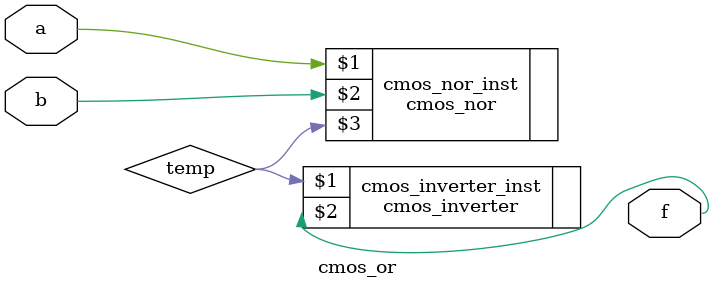
<source format=v>
`timescale 1ns / 1ps

module cmos_or(
    input a,b,
    output f
);
    wire temp;
    cmos_nor cmos_nor_inst(a,b,temp);
    cmos_inverter cmos_inverter_inst(temp,f);
endmodule
</source>
